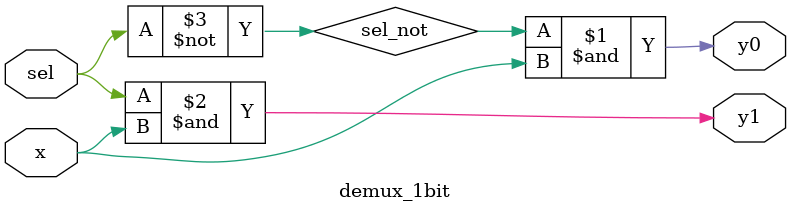
<source format=v>
module demux_1bit (
    input sel,
    input x,
    output y0,
    output y1

);

    wire sel_not;
    
    not not1 (sel_not, sel);
    and and1 (y0, sel_not, x);
    and and2 (y1, sel, x);
    
endmodule
</source>
